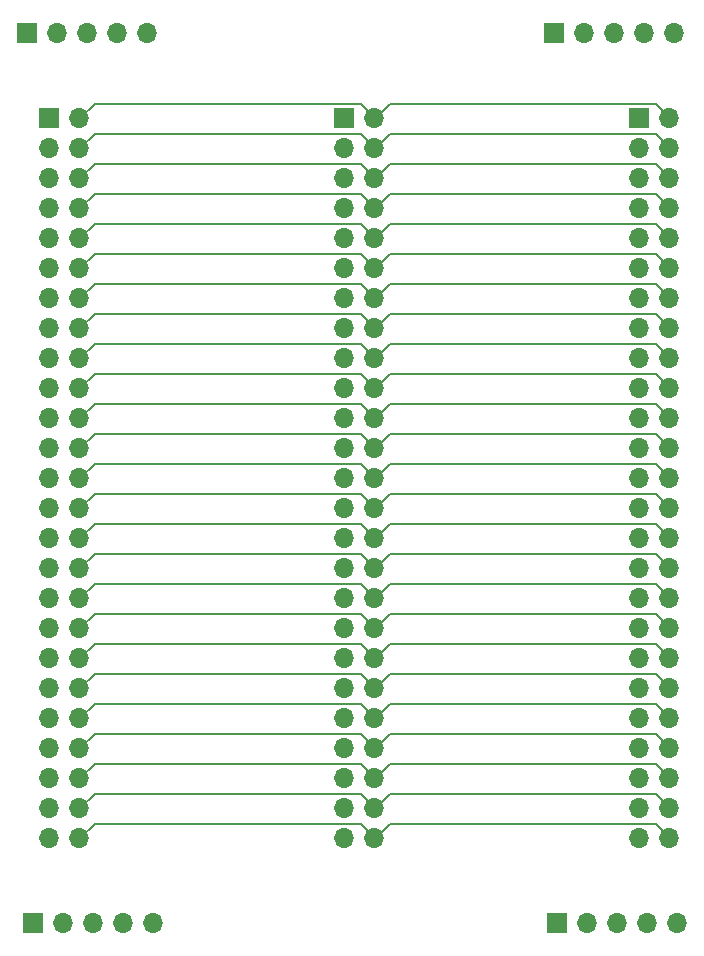
<source format=gbr>
%TF.GenerationSoftware,KiCad,Pcbnew,8.0.2*%
%TF.CreationDate,2024-09-15T20:03:39-05:00*%
%TF.ProjectId,fifty_pin_header_breakout,66696674-795f-4706-996e-5f6865616465,rev?*%
%TF.SameCoordinates,Original*%
%TF.FileFunction,Copper,L2,Bot*%
%TF.FilePolarity,Positive*%
%FSLAX46Y46*%
G04 Gerber Fmt 4.6, Leading zero omitted, Abs format (unit mm)*
G04 Created by KiCad (PCBNEW 8.0.2) date 2024-09-15 20:03:39*
%MOMM*%
%LPD*%
G01*
G04 APERTURE LIST*
%TA.AperFunction,ComponentPad*%
%ADD10R,1.700000X1.700000*%
%TD*%
%TA.AperFunction,ComponentPad*%
%ADD11O,1.700000X1.700000*%
%TD*%
%TA.AperFunction,Conductor*%
%ADD12C,0.200000*%
%TD*%
G04 APERTURE END LIST*
D10*
%TO.P,J6,1,Pin_1*%
%TO.N,Net-(J6-Pin_1)*%
X142795833Y-42800000D03*
D11*
%TO.P,J6,2,Pin_2*%
X145335833Y-42800000D03*
%TO.P,J6,3,Pin_3*%
X147875833Y-42800000D03*
%TO.P,J6,4,Pin_4*%
X150415833Y-42800000D03*
%TO.P,J6,5,Pin_5*%
X152955833Y-42800000D03*
%TD*%
D10*
%TO.P,J5,1,Pin_1*%
%TO.N,Net-(J5-Pin_1)*%
X143050000Y-118200000D03*
D11*
%TO.P,J5,2,Pin_2*%
X145590000Y-118200000D03*
%TO.P,J5,3,Pin_3*%
X148130000Y-118200000D03*
%TO.P,J5,4,Pin_4*%
X150670000Y-118200000D03*
%TO.P,J5,5,Pin_5*%
X153210000Y-118200000D03*
%TD*%
D10*
%TO.P,J7,1,Pin_1*%
%TO.N,Net-(J7-Pin_1)*%
X98129166Y-42800000D03*
D11*
%TO.P,J7,2,Pin_2*%
X100669166Y-42800000D03*
%TO.P,J7,3,Pin_3*%
X103209166Y-42800000D03*
%TO.P,J7,4,Pin_4*%
X105749166Y-42800000D03*
%TO.P,J7,5,Pin_5*%
X108289166Y-42800000D03*
%TD*%
D10*
%TO.P,J2,1,Pin_1*%
%TO.N,PIN_1*%
X125000000Y-50000000D03*
D11*
%TO.P,J2,2,Pin_2*%
%TO.N,PIN_2*%
X127540000Y-50000000D03*
%TO.P,J2,3,Pin_3*%
%TO.N,PIN_3*%
X125000000Y-52540000D03*
%TO.P,J2,4,Pin_4*%
%TO.N,PIN_4*%
X127540000Y-52540000D03*
%TO.P,J2,5,Pin_5*%
%TO.N,PIN_5*%
X125000000Y-55080000D03*
%TO.P,J2,6,Pin_6*%
%TO.N,PIN_6*%
X127540000Y-55080000D03*
%TO.P,J2,7,Pin_7*%
%TO.N,PIN_7*%
X125000000Y-57620000D03*
%TO.P,J2,8,Pin_8*%
%TO.N,PIN_8*%
X127540000Y-57620000D03*
%TO.P,J2,9,Pin_9*%
%TO.N,PIN_9*%
X125000000Y-60160000D03*
%TO.P,J2,10,Pin_10*%
%TO.N,PIN_10*%
X127540000Y-60160000D03*
%TO.P,J2,11,Pin_11*%
%TO.N,PIN_11*%
X125000000Y-62700000D03*
%TO.P,J2,12,Pin_12*%
%TO.N,PIN_12*%
X127540000Y-62700000D03*
%TO.P,J2,13,Pin_13*%
%TO.N,PIN_13*%
X125000000Y-65240000D03*
%TO.P,J2,14,Pin_14*%
%TO.N,PIN_14*%
X127540000Y-65240000D03*
%TO.P,J2,15,Pin_15*%
%TO.N,PIN_15*%
X125000000Y-67780000D03*
%TO.P,J2,16,Pin_16*%
%TO.N,PIN_16*%
X127540000Y-67780000D03*
%TO.P,J2,17,Pin_17*%
%TO.N,PIN_17*%
X125000000Y-70320000D03*
%TO.P,J2,18,Pin_18*%
%TO.N,PIN_18*%
X127540000Y-70320000D03*
%TO.P,J2,19,Pin_19*%
%TO.N,PIN_19*%
X125000000Y-72860000D03*
%TO.P,J2,20,Pin_20*%
%TO.N,PIN_20*%
X127540000Y-72860000D03*
%TO.P,J2,21,Pin_21*%
%TO.N,PIN_21*%
X125000000Y-75400000D03*
%TO.P,J2,22,Pin_22*%
%TO.N,PIN_22*%
X127540000Y-75400000D03*
%TO.P,J2,23,Pin_23*%
%TO.N,PIN_23*%
X125000000Y-77940000D03*
%TO.P,J2,24,Pin_24*%
%TO.N,PIN_24*%
X127540000Y-77940000D03*
%TO.P,J2,25,Pin_25*%
%TO.N,PIN_25*%
X125000000Y-80480000D03*
%TO.P,J2,26,Pin_26*%
%TO.N,PIN_26*%
X127540000Y-80480000D03*
%TO.P,J2,27,Pin_27*%
%TO.N,PIN_27*%
X125000000Y-83020000D03*
%TO.P,J2,28,Pin_28*%
%TO.N,PIN_28*%
X127540000Y-83020000D03*
%TO.P,J2,29,Pin_29*%
%TO.N,PIN_29*%
X125000000Y-85560000D03*
%TO.P,J2,30,Pin_30*%
%TO.N,PIN_30*%
X127540000Y-85560000D03*
%TO.P,J2,31,Pin_31*%
%TO.N,PIN_31*%
X125000000Y-88100000D03*
%TO.P,J2,32,Pin_32*%
%TO.N,PIN_32*%
X127540000Y-88100000D03*
%TO.P,J2,33,Pin_33*%
%TO.N,PIN_33*%
X125000000Y-90640000D03*
%TO.P,J2,34,Pin_34*%
%TO.N,PIN_34*%
X127540000Y-90640000D03*
%TO.P,J2,35,Pin_35*%
%TO.N,PIN_35*%
X125000000Y-93180000D03*
%TO.P,J2,36,Pin_36*%
%TO.N,PIN_36*%
X127540000Y-93180000D03*
%TO.P,J2,37,Pin_37*%
%TO.N,PIN_37*%
X125000000Y-95720000D03*
%TO.P,J2,38,Pin_38*%
%TO.N,PIN_38*%
X127540000Y-95720000D03*
%TO.P,J2,39,Pin_39*%
%TO.N,PIN_39*%
X125000000Y-98260000D03*
%TO.P,J2,40,Pin_40*%
%TO.N,PIN_40*%
X127540000Y-98260000D03*
%TO.P,J2,41,Pin_41*%
%TO.N,PIN_41*%
X125000000Y-100800000D03*
%TO.P,J2,42,Pin_42*%
%TO.N,PIN_42*%
X127540000Y-100800000D03*
%TO.P,J2,43,Pin_43*%
%TO.N,PIN_43*%
X125000000Y-103340000D03*
%TO.P,J2,44,Pin_44*%
%TO.N,PIN_44*%
X127540000Y-103340000D03*
%TO.P,J2,45,Pin_45*%
%TO.N,PIN_45*%
X125000000Y-105880000D03*
%TO.P,J2,46,Pin_46*%
%TO.N,PIN_46*%
X127540000Y-105880000D03*
%TO.P,J2,47,Pin_47*%
%TO.N,PIN_47*%
X125000000Y-108420000D03*
%TO.P,J2,48,Pin_48*%
%TO.N,PIN_48*%
X127540000Y-108420000D03*
%TO.P,J2,49,Pin_49*%
%TO.N,PIN_49*%
X125000000Y-110960000D03*
%TO.P,J2,50,Pin_50*%
%TO.N,PIN_50*%
X127540000Y-110960000D03*
%TD*%
D10*
%TO.P,J4,1,Pin_1*%
%TO.N,Net-(J4-Pin_1)*%
X98637500Y-118200000D03*
D11*
%TO.P,J4,2,Pin_2*%
X101177500Y-118200000D03*
%TO.P,J4,3,Pin_3*%
X103717500Y-118200000D03*
%TO.P,J4,4,Pin_4*%
X106257500Y-118200000D03*
%TO.P,J4,5,Pin_5*%
X108797500Y-118200000D03*
%TD*%
D10*
%TO.P,J3,1,Pin_1*%
%TO.N,PIN_1*%
X150000000Y-50000000D03*
D11*
%TO.P,J3,2,Pin_2*%
%TO.N,PIN_2*%
X152540000Y-50000000D03*
%TO.P,J3,3,Pin_3*%
%TO.N,PIN_3*%
X150000000Y-52540000D03*
%TO.P,J3,4,Pin_4*%
%TO.N,PIN_4*%
X152540000Y-52540000D03*
%TO.P,J3,5,Pin_5*%
%TO.N,PIN_5*%
X150000000Y-55080000D03*
%TO.P,J3,6,Pin_6*%
%TO.N,PIN_6*%
X152540000Y-55080000D03*
%TO.P,J3,7,Pin_7*%
%TO.N,PIN_7*%
X150000000Y-57620000D03*
%TO.P,J3,8,Pin_8*%
%TO.N,PIN_8*%
X152540000Y-57620000D03*
%TO.P,J3,9,Pin_9*%
%TO.N,PIN_9*%
X150000000Y-60160000D03*
%TO.P,J3,10,Pin_10*%
%TO.N,PIN_10*%
X152540000Y-60160000D03*
%TO.P,J3,11,Pin_11*%
%TO.N,PIN_11*%
X150000000Y-62700000D03*
%TO.P,J3,12,Pin_12*%
%TO.N,PIN_12*%
X152540000Y-62700000D03*
%TO.P,J3,13,Pin_13*%
%TO.N,PIN_13*%
X150000000Y-65240000D03*
%TO.P,J3,14,Pin_14*%
%TO.N,PIN_14*%
X152540000Y-65240000D03*
%TO.P,J3,15,Pin_15*%
%TO.N,PIN_15*%
X150000000Y-67780000D03*
%TO.P,J3,16,Pin_16*%
%TO.N,PIN_16*%
X152540000Y-67780000D03*
%TO.P,J3,17,Pin_17*%
%TO.N,PIN_17*%
X150000000Y-70320000D03*
%TO.P,J3,18,Pin_18*%
%TO.N,PIN_18*%
X152540000Y-70320000D03*
%TO.P,J3,19,Pin_19*%
%TO.N,PIN_19*%
X150000000Y-72860000D03*
%TO.P,J3,20,Pin_20*%
%TO.N,PIN_20*%
X152540000Y-72860000D03*
%TO.P,J3,21,Pin_21*%
%TO.N,PIN_21*%
X150000000Y-75400000D03*
%TO.P,J3,22,Pin_22*%
%TO.N,PIN_22*%
X152540000Y-75400000D03*
%TO.P,J3,23,Pin_23*%
%TO.N,PIN_23*%
X150000000Y-77940000D03*
%TO.P,J3,24,Pin_24*%
%TO.N,PIN_24*%
X152540000Y-77940000D03*
%TO.P,J3,25,Pin_25*%
%TO.N,PIN_25*%
X150000000Y-80480000D03*
%TO.P,J3,26,Pin_26*%
%TO.N,PIN_26*%
X152540000Y-80480000D03*
%TO.P,J3,27,Pin_27*%
%TO.N,PIN_27*%
X150000000Y-83020000D03*
%TO.P,J3,28,Pin_28*%
%TO.N,PIN_28*%
X152540000Y-83020000D03*
%TO.P,J3,29,Pin_29*%
%TO.N,PIN_29*%
X150000000Y-85560000D03*
%TO.P,J3,30,Pin_30*%
%TO.N,PIN_30*%
X152540000Y-85560000D03*
%TO.P,J3,31,Pin_31*%
%TO.N,PIN_31*%
X150000000Y-88100000D03*
%TO.P,J3,32,Pin_32*%
%TO.N,PIN_32*%
X152540000Y-88100000D03*
%TO.P,J3,33,Pin_33*%
%TO.N,PIN_33*%
X150000000Y-90640000D03*
%TO.P,J3,34,Pin_34*%
%TO.N,PIN_34*%
X152540000Y-90640000D03*
%TO.P,J3,35,Pin_35*%
%TO.N,PIN_35*%
X150000000Y-93180000D03*
%TO.P,J3,36,Pin_36*%
%TO.N,PIN_36*%
X152540000Y-93180000D03*
%TO.P,J3,37,Pin_37*%
%TO.N,PIN_37*%
X150000000Y-95720000D03*
%TO.P,J3,38,Pin_38*%
%TO.N,PIN_38*%
X152540000Y-95720000D03*
%TO.P,J3,39,Pin_39*%
%TO.N,PIN_39*%
X150000000Y-98260000D03*
%TO.P,J3,40,Pin_40*%
%TO.N,PIN_40*%
X152540000Y-98260000D03*
%TO.P,J3,41,Pin_41*%
%TO.N,PIN_41*%
X150000000Y-100800000D03*
%TO.P,J3,42,Pin_42*%
%TO.N,PIN_42*%
X152540000Y-100800000D03*
%TO.P,J3,43,Pin_43*%
%TO.N,PIN_43*%
X150000000Y-103340000D03*
%TO.P,J3,44,Pin_44*%
%TO.N,PIN_44*%
X152540000Y-103340000D03*
%TO.P,J3,45,Pin_45*%
%TO.N,PIN_45*%
X150000000Y-105880000D03*
%TO.P,J3,46,Pin_46*%
%TO.N,PIN_46*%
X152540000Y-105880000D03*
%TO.P,J3,47,Pin_47*%
%TO.N,PIN_47*%
X150000000Y-108420000D03*
%TO.P,J3,48,Pin_48*%
%TO.N,PIN_48*%
X152540000Y-108420000D03*
%TO.P,J3,49,Pin_49*%
%TO.N,PIN_49*%
X150000000Y-110960000D03*
%TO.P,J3,50,Pin_50*%
%TO.N,PIN_50*%
X152540000Y-110960000D03*
%TD*%
D10*
%TO.P,J1,1,Pin_1*%
%TO.N,PIN_1*%
X100000000Y-49998250D03*
D11*
%TO.P,J1,2,Pin_2*%
%TO.N,PIN_2*%
X102540000Y-49998250D03*
%TO.P,J1,3,Pin_3*%
%TO.N,PIN_3*%
X100000000Y-52538250D03*
%TO.P,J1,4,Pin_4*%
%TO.N,PIN_4*%
X102540000Y-52538250D03*
%TO.P,J1,5,Pin_5*%
%TO.N,PIN_5*%
X100000000Y-55078250D03*
%TO.P,J1,6,Pin_6*%
%TO.N,PIN_6*%
X102540000Y-55078250D03*
%TO.P,J1,7,Pin_7*%
%TO.N,PIN_7*%
X100000000Y-57618250D03*
%TO.P,J1,8,Pin_8*%
%TO.N,PIN_8*%
X102540000Y-57618250D03*
%TO.P,J1,9,Pin_9*%
%TO.N,PIN_9*%
X100000000Y-60158250D03*
%TO.P,J1,10,Pin_10*%
%TO.N,PIN_10*%
X102540000Y-60158250D03*
%TO.P,J1,11,Pin_11*%
%TO.N,PIN_11*%
X100000000Y-62698250D03*
%TO.P,J1,12,Pin_12*%
%TO.N,PIN_12*%
X102540000Y-62698250D03*
%TO.P,J1,13,Pin_13*%
%TO.N,PIN_13*%
X100000000Y-65238250D03*
%TO.P,J1,14,Pin_14*%
%TO.N,PIN_14*%
X102540000Y-65238250D03*
%TO.P,J1,15,Pin_15*%
%TO.N,PIN_15*%
X100000000Y-67778250D03*
%TO.P,J1,16,Pin_16*%
%TO.N,PIN_16*%
X102540000Y-67778250D03*
%TO.P,J1,17,Pin_17*%
%TO.N,PIN_17*%
X100000000Y-70318250D03*
%TO.P,J1,18,Pin_18*%
%TO.N,PIN_18*%
X102540000Y-70318250D03*
%TO.P,J1,19,Pin_19*%
%TO.N,PIN_19*%
X100000000Y-72858250D03*
%TO.P,J1,20,Pin_20*%
%TO.N,PIN_20*%
X102540000Y-72858250D03*
%TO.P,J1,21,Pin_21*%
%TO.N,PIN_21*%
X100000000Y-75398250D03*
%TO.P,J1,22,Pin_22*%
%TO.N,PIN_22*%
X102540000Y-75398250D03*
%TO.P,J1,23,Pin_23*%
%TO.N,PIN_23*%
X100000000Y-77938250D03*
%TO.P,J1,24,Pin_24*%
%TO.N,PIN_24*%
X102540000Y-77938250D03*
%TO.P,J1,25,Pin_25*%
%TO.N,PIN_25*%
X100000000Y-80478250D03*
%TO.P,J1,26,Pin_26*%
%TO.N,PIN_26*%
X102540000Y-80478250D03*
%TO.P,J1,27,Pin_27*%
%TO.N,PIN_27*%
X100000000Y-83018250D03*
%TO.P,J1,28,Pin_28*%
%TO.N,PIN_28*%
X102540000Y-83018250D03*
%TO.P,J1,29,Pin_29*%
%TO.N,PIN_29*%
X100000000Y-85558250D03*
%TO.P,J1,30,Pin_30*%
%TO.N,PIN_30*%
X102540000Y-85558250D03*
%TO.P,J1,31,Pin_31*%
%TO.N,PIN_31*%
X100000000Y-88098250D03*
%TO.P,J1,32,Pin_32*%
%TO.N,PIN_32*%
X102540000Y-88098250D03*
%TO.P,J1,33,Pin_33*%
%TO.N,PIN_33*%
X100000000Y-90638250D03*
%TO.P,J1,34,Pin_34*%
%TO.N,PIN_34*%
X102540000Y-90638250D03*
%TO.P,J1,35,Pin_35*%
%TO.N,PIN_35*%
X100000000Y-93178250D03*
%TO.P,J1,36,Pin_36*%
%TO.N,PIN_36*%
X102540000Y-93178250D03*
%TO.P,J1,37,Pin_37*%
%TO.N,PIN_37*%
X100000000Y-95718250D03*
%TO.P,J1,38,Pin_38*%
%TO.N,PIN_38*%
X102540000Y-95718250D03*
%TO.P,J1,39,Pin_39*%
%TO.N,PIN_39*%
X100000000Y-98258250D03*
%TO.P,J1,40,Pin_40*%
%TO.N,PIN_40*%
X102540000Y-98258250D03*
%TO.P,J1,41,Pin_41*%
%TO.N,PIN_41*%
X100000000Y-100798250D03*
%TO.P,J1,42,Pin_42*%
%TO.N,PIN_42*%
X102540000Y-100798250D03*
%TO.P,J1,43,Pin_43*%
%TO.N,PIN_43*%
X100000000Y-103338250D03*
%TO.P,J1,44,Pin_44*%
%TO.N,PIN_44*%
X102540000Y-103338250D03*
%TO.P,J1,45,Pin_45*%
%TO.N,PIN_45*%
X100000000Y-105878250D03*
%TO.P,J1,46,Pin_46*%
%TO.N,PIN_46*%
X102540000Y-105878250D03*
%TO.P,J1,47,Pin_47*%
%TO.N,PIN_47*%
X100000000Y-108418250D03*
%TO.P,J1,48,Pin_48*%
%TO.N,PIN_48*%
X102540000Y-108418250D03*
%TO.P,J1,49,Pin_49*%
%TO.N,PIN_49*%
X100000000Y-110958250D03*
%TO.P,J1,50,Pin_50*%
%TO.N,PIN_50*%
X102540000Y-110958250D03*
%TD*%
D12*
%TO.N,PIN_24*%
X126422000Y-76746000D02*
X103886000Y-76746000D01*
X128886000Y-76746000D02*
X127654000Y-77978000D01*
X152654000Y-77978000D02*
X151422000Y-76746000D01*
X151422000Y-76746000D02*
X128886000Y-76746000D01*
X127654000Y-77978000D02*
X126422000Y-76746000D01*
X103886000Y-76746000D02*
X102654000Y-77978000D01*
%TO.N,PIN_12*%
X152654000Y-62738000D02*
X151422000Y-61506000D01*
X128886000Y-61506000D02*
X127654000Y-62738000D01*
X126422000Y-61506000D02*
X103886000Y-61506000D01*
X127654000Y-62738000D02*
X126422000Y-61506000D01*
X151422000Y-61506000D02*
X128886000Y-61506000D01*
X103886000Y-61506000D02*
X102654000Y-62738000D01*
%TO.N,PIN_22*%
X128886000Y-74206000D02*
X127654000Y-75438000D01*
X103886000Y-74206000D02*
X102654000Y-75438000D01*
X152654000Y-75438000D02*
X151422000Y-74206000D01*
X127654000Y-75438000D02*
X126422000Y-74206000D01*
X126422000Y-74206000D02*
X103886000Y-74206000D01*
X151422000Y-74206000D02*
X128886000Y-74206000D01*
%TO.N,PIN_10*%
X152654000Y-60198000D02*
X151422000Y-58966000D01*
X103886000Y-58966000D02*
X102654000Y-60198000D01*
X151422000Y-58966000D02*
X128886000Y-58966000D01*
X128886000Y-58966000D02*
X127654000Y-60198000D01*
X127654000Y-60198000D02*
X126422000Y-58966000D01*
X126422000Y-58966000D02*
X103886000Y-58966000D01*
%TO.N,PIN_32*%
X128886000Y-86906000D02*
X127654000Y-88138000D01*
X126422000Y-86906000D02*
X103886000Y-86906000D01*
X103886000Y-86906000D02*
X102654000Y-88138000D01*
X152654000Y-88138000D02*
X151422000Y-86906000D01*
X127654000Y-88138000D02*
X126422000Y-86906000D01*
X151422000Y-86906000D02*
X128886000Y-86906000D01*
%TO.N,PIN_18*%
X152654000Y-70358000D02*
X151422000Y-69126000D01*
X128886000Y-69126000D02*
X127654000Y-70358000D01*
X103886000Y-69126000D02*
X102654000Y-70358000D01*
X127654000Y-70358000D02*
X126422000Y-69126000D01*
X151422000Y-69126000D02*
X128886000Y-69126000D01*
X126422000Y-69126000D02*
X103886000Y-69126000D01*
%TO.N,PIN_34*%
X128886000Y-89446000D02*
X127654000Y-90678000D01*
X103886000Y-89446000D02*
X102654000Y-90678000D01*
X127654000Y-90678000D02*
X126422000Y-89446000D01*
X126422000Y-89446000D02*
X103886000Y-89446000D01*
X151422000Y-89446000D02*
X128886000Y-89446000D01*
X152654000Y-90678000D02*
X151422000Y-89446000D01*
%TO.N,PIN_14*%
X128886000Y-64046000D02*
X127654000Y-65278000D01*
X151422000Y-64046000D02*
X128886000Y-64046000D01*
X103886000Y-64046000D02*
X102654000Y-65278000D01*
X126422000Y-64046000D02*
X103886000Y-64046000D01*
X127654000Y-65278000D02*
X126422000Y-64046000D01*
X152654000Y-65278000D02*
X151422000Y-64046000D01*
%TO.N,PIN_8*%
X103886000Y-56426000D02*
X102654000Y-57658000D01*
X128886000Y-56426000D02*
X127654000Y-57658000D01*
X126422000Y-56426000D02*
X103886000Y-56426000D01*
X127654000Y-57658000D02*
X126422000Y-56426000D01*
X152654000Y-57658000D02*
X151422000Y-56426000D01*
X151422000Y-56426000D02*
X128886000Y-56426000D01*
%TO.N,PIN_6*%
X126422000Y-53886000D02*
X103886000Y-53886000D01*
X128886000Y-53886000D02*
X127654000Y-55118000D01*
X103886000Y-53886000D02*
X102654000Y-55118000D01*
X152654000Y-55118000D02*
X151422000Y-53886000D01*
X151422000Y-53886000D02*
X128886000Y-53886000D01*
X127654000Y-55118000D02*
X126422000Y-53886000D01*
%TO.N,PIN_30*%
X103886000Y-84366000D02*
X102654000Y-85598000D01*
X152654000Y-85598000D02*
X151422000Y-84366000D01*
X126422000Y-84366000D02*
X103886000Y-84366000D01*
X127654000Y-85598000D02*
X126422000Y-84366000D01*
X151422000Y-84366000D02*
X128886000Y-84366000D01*
X128886000Y-84366000D02*
X127654000Y-85598000D01*
%TO.N,PIN_16*%
X152654000Y-67818000D02*
X151422000Y-66586000D01*
X127654000Y-67818000D02*
X126422000Y-66586000D01*
X128886000Y-66586000D02*
X127654000Y-67818000D01*
X126422000Y-66586000D02*
X103886000Y-66586000D01*
X103886000Y-66586000D02*
X102654000Y-67818000D01*
X151422000Y-66586000D02*
X128886000Y-66586000D01*
%TO.N,PIN_2*%
X128886000Y-48806000D02*
X127654000Y-50038000D01*
X151422000Y-48806000D02*
X128886000Y-48806000D01*
X152654000Y-50038000D02*
X151422000Y-48806000D01*
X127654000Y-50038000D02*
X126422000Y-48806000D01*
X126422000Y-48806000D02*
X103886000Y-48806000D01*
X103886000Y-48806000D02*
X102654000Y-50038000D01*
%TO.N,PIN_4*%
X151422000Y-51346000D02*
X128886000Y-51346000D01*
X126422000Y-51346000D02*
X103886000Y-51346000D01*
X128886000Y-51346000D02*
X127654000Y-52578000D01*
X152654000Y-52578000D02*
X151422000Y-51346000D01*
X127654000Y-52578000D02*
X126422000Y-51346000D01*
X103886000Y-51346000D02*
X102654000Y-52578000D01*
%TO.N,PIN_26*%
X151422000Y-79286000D02*
X128886000Y-79286000D01*
X128886000Y-79286000D02*
X127654000Y-80518000D01*
X127654000Y-80518000D02*
X126422000Y-79286000D01*
X103886000Y-79286000D02*
X102654000Y-80518000D01*
X152654000Y-80518000D02*
X151422000Y-79286000D01*
X126422000Y-79286000D02*
X103886000Y-79286000D01*
%TO.N,PIN_28*%
X103886000Y-81826000D02*
X102654000Y-83058000D01*
X152654000Y-83058000D02*
X151422000Y-81826000D01*
X151422000Y-81826000D02*
X128886000Y-81826000D01*
X126422000Y-81826000D02*
X103886000Y-81826000D01*
X128886000Y-81826000D02*
X127654000Y-83058000D01*
X127654000Y-83058000D02*
X126422000Y-81826000D01*
%TO.N,PIN_20*%
X103886000Y-71666000D02*
X102654000Y-72898000D01*
X151422000Y-71666000D02*
X128886000Y-71666000D01*
X128886000Y-71666000D02*
X127654000Y-72898000D01*
X126422000Y-71666000D02*
X103886000Y-71666000D01*
X127654000Y-72898000D02*
X126422000Y-71666000D01*
X152654000Y-72898000D02*
X151422000Y-71666000D01*
%TO.N,PIN_50*%
X126422000Y-109766000D02*
X103886000Y-109766000D01*
X127654000Y-110998000D02*
X126422000Y-109766000D01*
X103886000Y-109766000D02*
X102654000Y-110998000D01*
X152654000Y-110998000D02*
X151422000Y-109766000D01*
X128886000Y-109766000D02*
X127654000Y-110998000D01*
X151422000Y-109766000D02*
X128886000Y-109766000D01*
%TO.N,PIN_46*%
X152654000Y-105918000D02*
X151422000Y-104686000D01*
X151422000Y-104686000D02*
X128886000Y-104686000D01*
X103886000Y-104686000D02*
X102654000Y-105918000D01*
X128886000Y-104686000D02*
X127654000Y-105918000D01*
X126422000Y-104686000D02*
X103886000Y-104686000D01*
X127654000Y-105918000D02*
X126422000Y-104686000D01*
%TO.N,PIN_36*%
X152654000Y-93218000D02*
X151422000Y-91986000D01*
X126422000Y-91986000D02*
X103886000Y-91986000D01*
X128886000Y-91986000D02*
X127654000Y-93218000D01*
X127654000Y-93218000D02*
X126422000Y-91986000D01*
X103886000Y-91986000D02*
X102654000Y-93218000D01*
X151422000Y-91986000D02*
X128886000Y-91986000D01*
%TO.N,PIN_38*%
X126422000Y-94526000D02*
X103886000Y-94526000D01*
X127654000Y-95758000D02*
X126422000Y-94526000D01*
X103886000Y-94526000D02*
X102654000Y-95758000D01*
X152654000Y-95758000D02*
X151422000Y-94526000D01*
X151422000Y-94526000D02*
X128886000Y-94526000D01*
X128886000Y-94526000D02*
X127654000Y-95758000D01*
%TO.N,PIN_42*%
X126422000Y-99606000D02*
X103886000Y-99606000D01*
X151422000Y-99606000D02*
X128886000Y-99606000D01*
X103886000Y-99606000D02*
X102654000Y-100838000D01*
X152654000Y-100838000D02*
X151422000Y-99606000D01*
X127654000Y-100838000D02*
X126422000Y-99606000D01*
X128886000Y-99606000D02*
X127654000Y-100838000D01*
%TO.N,PIN_44*%
X151422000Y-102146000D02*
X128886000Y-102146000D01*
X126422000Y-102146000D02*
X103886000Y-102146000D01*
X103886000Y-102146000D02*
X102654000Y-103378000D01*
X128886000Y-102146000D02*
X127654000Y-103378000D01*
X127654000Y-103378000D02*
X126422000Y-102146000D01*
X152654000Y-103378000D02*
X151422000Y-102146000D01*
%TO.N,PIN_40*%
X127654000Y-98298000D02*
X126422000Y-97066000D01*
X152654000Y-98298000D02*
X151422000Y-97066000D01*
X103886000Y-97066000D02*
X102654000Y-98298000D01*
X151422000Y-97066000D02*
X128886000Y-97066000D01*
X128886000Y-97066000D02*
X127654000Y-98298000D01*
X126422000Y-97066000D02*
X103886000Y-97066000D01*
%TO.N,PIN_48*%
X128886000Y-107226000D02*
X127654000Y-108458000D01*
X152654000Y-108458000D02*
X151422000Y-107226000D01*
X103886000Y-107226000D02*
X102654000Y-108458000D01*
X151422000Y-107226000D02*
X128886000Y-107226000D01*
X127654000Y-108458000D02*
X126422000Y-107226000D01*
X126422000Y-107226000D02*
X103886000Y-107226000D01*
%TD*%
M02*

</source>
